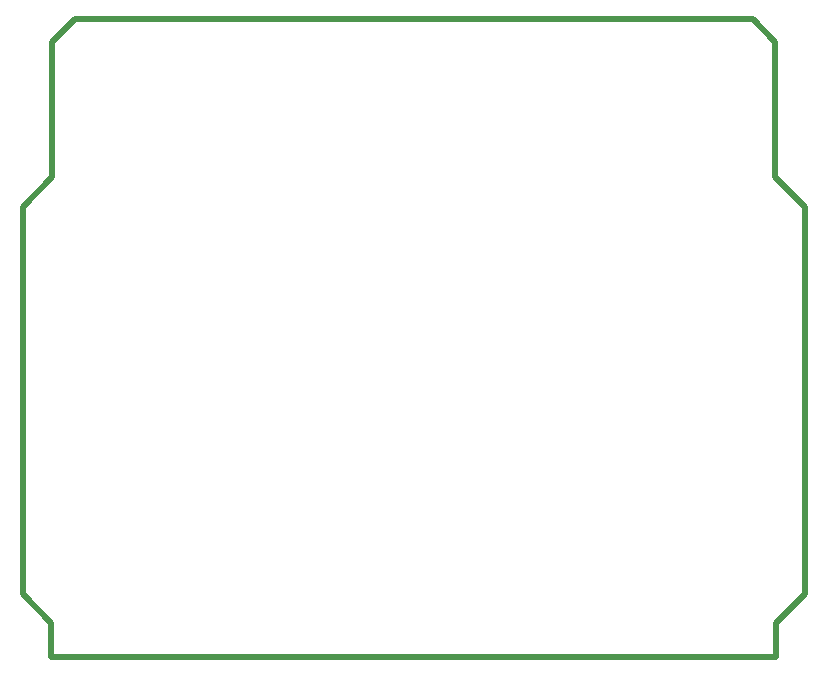
<source format=gko>
G04*
G04 #@! TF.GenerationSoftware,Altium Limited,Altium Designer,20.1.11 (218)*
G04*
G04 Layer_Color=16711935*
%FSLAX25Y25*%
%MOIN*%
G70*
G04*
G04 #@! TF.SameCoordinates,FBA81C19-FCCB-422B-9B6C-78DF9D3B5762*
G04*
G04*
G04 #@! TF.FilePolarity,Positive*
G04*
G01*
G75*
%ADD60C,0.01968*%
D60*
X241772Y11417D02*
X251220Y20866D01*
X233898Y212598D02*
X241378Y205118D01*
Y159843D02*
Y205118D01*
Y159843D02*
X251220Y150000D01*
Y20866D02*
Y150000D01*
X241772Y-0D02*
Y11417D01*
X1Y-0D02*
Y11417D01*
X-1Y0D02*
X241773D01*
X-9448Y20866D02*
Y150000D01*
X395Y159843D01*
Y205118D01*
X7875Y212598D01*
X-9448Y20866D02*
X1Y11417D01*
X7873Y212598D02*
X233899D01*
M02*

</source>
